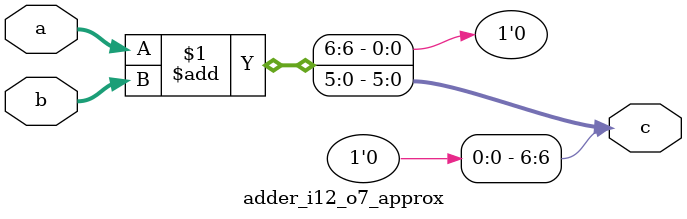
<source format=v>
module adder_i12_o7_approx(a, b, c);
input [5:0]a;
input [5:0]b;
output [6:0]c;

assign c = a + b;
assign c[6] = 1'b0;
endmodule
</source>
